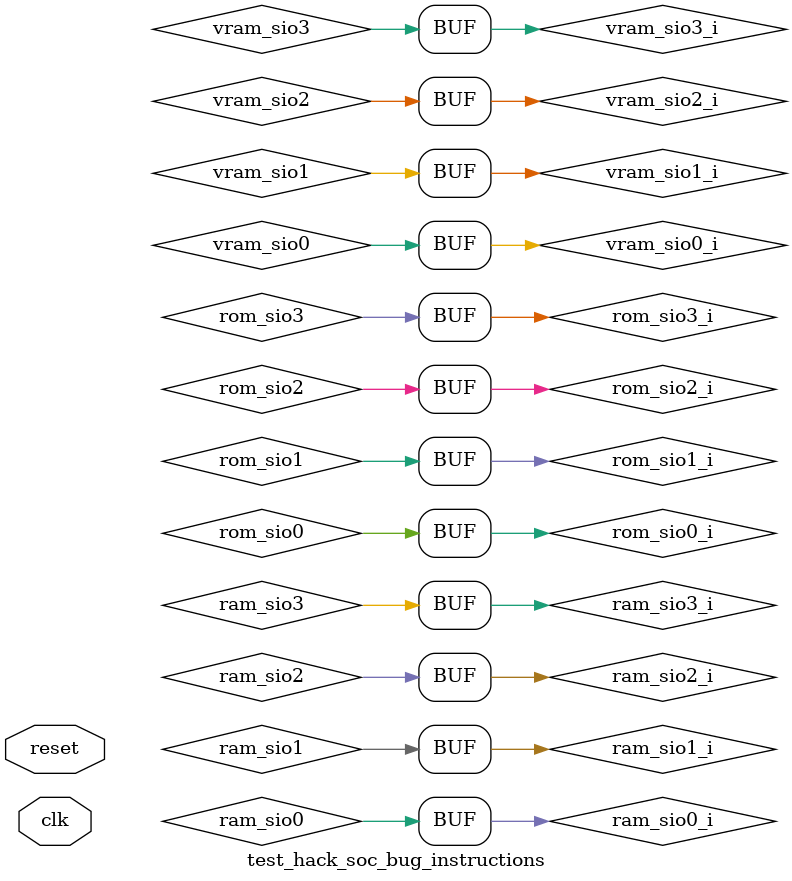
<source format=v>
`default_nettype none
`timescale 1ns/10ps

module test_hack_soc_bug_instructions (
    input reset,
    input clk
);



// localparam  ROM_FILE = "../hack_programs/test_assignment_and_jump.hack8";
// localparam  ROM_FILE = "../hack_programs/FIllMemAndCheck_to5.hack8";
// localparam  ROM_FILE = "../hack_programs/FillVram_to16390.hack8";
// localparam  ROM_FILE = "../hack_programs/FillVram_to24574.hack8";
// localparam  ROM_FILE = "../hack_programs/dibuja_esquinas_sin_clear.hack8";
localparam  ROM_FILE = "../hack_programs/bug_instructions.hack8", FILE_LINES = 52;


// localparam	FILE_LINES = 100;
localparam  INSTRUCTION_WIDTH = 16;
localparam  ROM_ADDRESS_WIDTH = 16;
localparam HACK_GPIO_WIDTH = 16;


// ROM Loading Lines
wire rom_loader_load;
wire [INSTRUCTION_WIDTH-1:0] rom_loader_data;
wire rom_loader_ack;
wire rom_loader_sck;
wire rom_loader_load_received;



reg run_file_to_rom;

wire done_loading_rom;
wire [INSTRUCTION_WIDTH-1:0] file_to_rom_loader_data;
load_file_to_rom #(
        .BYTE_COUNT(FILE_LINES),
        .ROM_FILE(ROM_FILE),
        .DATA_WIDTH(INSTRUCTION_WIDTH)
    ) file_to_rom (

    .clk(clk), 
    .reset(reset),

    .run(run_file_to_rom),
    .done_loading(done_loading_rom),

    // Control lines
    .rom_loader_load(rom_loader_load),
	.rom_loader_sck(rom_loader_sck),
    .rom_loader_data(rom_loader_data),
    .rom_loader_ack(rom_loader_ack)
);





M23LC1024 ram (
		.SI_SIO0(ram_sio0), 
		.SO_SIO1(ram_sio1), 
		.SCK(ram_sck), 
		.CS_N(ram_cs_n), 
		.SIO2(ram_sio2), 
		.HOLD_N_SIO3(ram_sio3), 
		.RESET(reset));

M23LC1024 rom (
		.SI_SIO0(rom_sio0), 
		.SO_SIO1(rom_sio1), 
		.SCK(rom_sck), 
		.CS_N(rom_cs_n), 
		.SIO2(rom_sio2), 
		.HOLD_N_SIO3(rom_sio3), 
		.RESET(reset));

M23LC1024 vram (
		.SI_SIO0(vram_sio0), 
		.SO_SIO1(vram_sio1), 
		.SCK(vram_sck), 
		.CS_N(vram_cs_n), 
		.SIO2(vram_sio2), 
		.HOLD_N_SIO3(vram_sio3), 
		.RESET(reset));		

wire ram_sck;
wire ram_cs_n;
wire ram_sio0;
wire ram_sio1;
wire ram_sio2;
wire ram_sio3;

wire ram_sio_oe;
wire ram_sio0_i;
wire ram_sio1_i;
wire ram_sio2_i;
wire ram_sio3_i;
wire ram_sio0_o;
wire ram_sio1_o;
wire ram_sio2_o;
wire ram_sio3_o;

assign ram_sio0 = ram_sio_oe ? ram_sio0_o : 1'bZ;
assign ram_sio0_i = ram_sio0;
assign ram_sio1 = ram_sio_oe ? ram_sio1_o : 1'bZ;
assign ram_sio1_i = ram_sio1;
assign ram_sio2 = ram_sio_oe ? ram_sio2_o : 1'bZ;
assign ram_sio2_i = ram_sio2;
assign ram_sio3 = ram_sio_oe ? ram_sio3_o : 1'bZ;
assign ram_sio3_i = ram_sio3;

wire rom_sck;
wire rom_cs_n;
wire rom_sio0;
wire rom_sio1;
wire rom_sio2;
wire rom_sio3;

wire rom_sio_oe;
wire rom_sio0_i;
wire rom_sio1_i;
wire rom_sio2_i;
wire rom_sio3_i;
wire rom_sio0_o;
wire rom_sio1_o;
wire rom_sio2_o;
wire rom_sio3_o;

assign rom_sio0 = rom_sio_oe ? rom_sio0_o : 1'bZ;
assign rom_sio0_i = rom_sio0;
assign rom_sio1 = rom_sio_oe ? rom_sio1_o : 1'bZ;
assign rom_sio1_i = rom_sio1;
assign rom_sio2 = rom_sio_oe ? rom_sio2_o : 1'bZ;
assign rom_sio2_i = rom_sio2;
assign rom_sio3 = rom_sio_oe ? rom_sio3_o : 1'bZ;
assign rom_sio3_i = rom_sio3;

wire vram_sck;
wire vram_cs_n;
wire vram_sio0;
wire vram_sio1;
wire vram_sio2;
wire vram_sio3;

wire vram_sio_oe;
wire vram_sio0_i;
wire vram_sio1_i;
wire vram_sio2_i;
wire vram_sio3_i;
wire vram_sio0_o;
wire vram_sio1_o;
wire vram_sio2_o;
wire vram_sio3_o;

assign vram_sio0 = vram_sio_oe ? vram_sio0_o : 1'bZ;
assign vram_sio0_i = vram_sio0;
assign vram_sio1 = vram_sio_oe ? vram_sio1_o : 1'bZ;
assign vram_sio1_i = vram_sio1;
assign vram_sio2 = vram_sio_oe ? vram_sio2_o : 1'bZ;
assign vram_sio2_i = vram_sio2;
assign vram_sio3 = vram_sio_oe ? vram_sio3_o : 1'bZ;
assign vram_sio3_i = vram_sio3;



reg hack_external_reset;

wire display_hsync;
wire display_vsync;
wire display_rgb;
wire [HACK_GPIO_WIDTH-1:0] gpio;
wire [15:0] debug_pc;


hack_soc soc(
	.clk(clk),
	.display_clk(clk),
	.reset(reset),

	.hack_external_reset(hack_external_reset),

	/** RAM: qspi serial sram **/
	.ram_cs_n(ram_cs_n),
	.ram_sck(ram_sck),
	.ram_sio_oe(ram_sio_oe), // output enable the SIO lines
	// SIO as inputs from SRAM	
	.ram_sio0_i(ram_sio0_i), // sram_si_sio0 
	.ram_sio1_i(ram_sio1_i), // sram_so_sio1
	.ram_sio2_i(ram_sio2_i), // sram_sio2
	.ram_sio3_i(ram_sio3_i), // sram_hold_n_sio3
	// SIO as outputs to SRAM
	.ram_sio0_o(ram_sio0_o), // sram_si_sio0
	.ram_sio1_o(ram_sio1_o), // sram_so_sio1
	.ram_sio2_o(ram_sio2_o), // sram_sio2
	.ram_sio3_o(ram_sio3_o), // sram_hold_n_sio3

	/** ROM: qspi serial sram **/
	.rom_cs_n(rom_cs_n),
	.rom_sck(rom_sck),
	.rom_sio_oe(rom_sio_oe), // output enable the SIO lines
	// SIO as inputs from SRAM	
	.rom_sio0_i(rom_sio0_i), // sram_si_sio0 
	.rom_sio1_i(rom_sio1_i), // sram_so_sio1
	.rom_sio2_i(rom_sio2_i), // sram_sio2
	.rom_sio3_i(rom_sio3_i), // sram_hold_n_sio3
	// SIO as outputs to SRAM
	.rom_sio0_o(rom_sio0_o), // sram_si_sio0
	.rom_sio1_o(rom_sio1_o), // sram_so_sio1
	.rom_sio2_o(rom_sio2_o), // sram_sio2
	.rom_sio3_o(rom_sio3_o), // sram_hold_n_sio3


	/** VRAM: qspi serial sram **/
	.vram_cs_n(vram_cs_n),
	.vram_sck(vram_sck),
	.vram_sio_oe(vram_sio_oe), // output enable the SIO lines
	// SIO as inputs from SRAM	
	.vram_sio0_i(vram_sio0_i), // sram_si_sio0 
	.vram_sio1_i(vram_sio1_i), // sram_so_sio1
	.vram_sio2_i(vram_sio2_i), // sram_sio2
	.vram_sio3_i(vram_sio3_i), // sram_hold_n_sio3
	// SIO as outputs to SRAM
	.vram_sio0_o(vram_sio0_o), // sram_si_sio0
	.vram_sio1_o(vram_sio1_o), // sram_so_sio1
	.vram_sio2_o(vram_sio2_o), // sram_sio2
	.vram_sio3_o(vram_sio3_o), // sram_hold_n_sio3


	// ** DISPLAY ** //
	.display_hsync(display_hsync),
	.display_vsync(display_vsync),
	.display_rgb(display_rgb),



	// ROM LOADING LINES
	// inputs
	.rom_loader_load(rom_loader_load),
	.rom_loader_sck(rom_loader_sck),
	.rom_loader_data(rom_loader_data),
	// outputs
	.rom_loader_ack(rom_loader_ack)
	


	// GPIO
	// .gpio(gpio)

	// DEBUG	
	// .debug_pc(debug_pc)


	);


always @(posedge clk ) begin
	hack_external_reset <= !ready_to_start;
end


reg ready_to_start;

always @(posedge clk) begin
    if(reset) begin
        run_file_to_rom <= 0;
		ready_to_start <= 0;
    end else begin
		if(done_loading_rom) begin
			ready_to_start <= 1;
			run_file_to_rom <= 0;
		end else if(!run_file_to_rom) begin
        	run_file_to_rom <= 1;
		end
    end
    
end


endmodule
</source>
